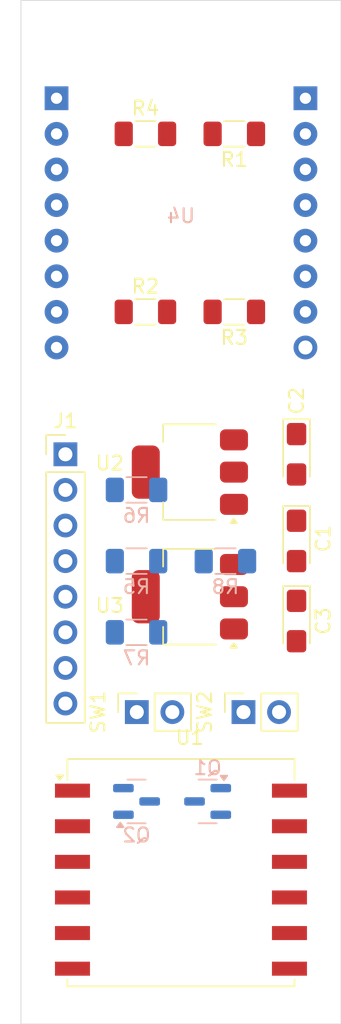
<source format=kicad_pcb>
(kicad_pcb (version 20241229) (generator "pcbnew") (generator_version "9.0")
  (layers (0 "F.Cu" signal) (4 "In1.Cu" signal) (6 "In2.Cu" signal) (2 "B.Cu" signal) (13 "F.Paste" user) (15 "B.Paste" user) (5 "F.SilkS" user "F.Silkscreen") (7 "B.SilkS" user "B.Silkscreen") (1 "F.Mask" user) (3 "B.Mask" user) (25 "Edge.Cuts" user))
  (net 0 "")
  (net 1 "+5V")
  (net 2 "GND")
  (net 3 "+3.3V")
  (net 4 "VCC")
  (net 6 "/SDA")
  (net 7 "/SCL")
  (net 10 "/GY_87_GND_SW")
  (net 12 "/L80_GND_SW")
  (net 13 "Net-(Q1-G)")
  (net 14 "Net-(Q2-G)")
  (net 15 "/GPIO_GY86_ON")
  (net 16 "/GPIO_GPS_ON")
  (net 17 "Net-(U4-GPIO10)")
  (net 18 "Net-(R8-Pad2)")
  (net 20 "/GPS_RX")
  (net 22 "/1PPS")
  (net 24 "/GPS_TX")
  (net 25 "/GPS_RESET")
  (net 30 "Net-(SW2-B)")
  (footprint "Resistor_SMD:R_1206_3216Metric_Pad1.30x1.75mm_HandSolder" (layer "F.Cu") (at 233.68 80.645 180)
    (property "Reference" "R3" (at 0 -1.83 0) (layer "F.SilkS"))
    (property "Value" "100k")
    (fp_line (start -0.727064 0.91) (end 0.727064 0.91) (stroke (width 0.12)) (layer "F.SilkS"))
    (fp_line (start -0.727064 -0.91) (end 0.727064 -0.91) (stroke (width 0.12)) (layer "F.SilkS"))
    (pad "1" smd roundrect (at -1.55 0 180) (size 1.3 1.75) (layers "F.Cu" "F.Mask" "F.Paste") (roundrect_rratio 0.192308) (net 2 "GND"))
    (pad "2" smd roundrect (at 1.55 0 180) (size 1.3 1.75) (layers "F.Cu" "F.Mask" "F.Paste") (roundrect_rratio 0.192308) (net 14 "Net-(Q2-G)"))
  )
  (footprint "Package_TO_SOT_SMD:SOT-223-3_TabPin2" (layer "F.Cu") (at 230.505 100.965 180)
    (property "Reference" "U3" (at 5.715 -0.635 180) (layer "F.SilkS"))
    (property "Value" "LM1117DT-5.0")
    (fp_line (start 1.91 3.41) (end 1.91 2.15) (stroke (width 0.12)) (layer "F.SilkS"))
    (fp_line (start 1.91 -3.41) (end 1.91 -2.15) (stroke (width 0.12)) (layer "F.SilkS"))
    (fp_line (start -1.85 3.41) (end 1.91 3.41) (stroke (width 0.12)) (layer "F.SilkS"))
    (fp_line (start -1.85 -3.41) (end 1.91 -3.41) (stroke (width 0.12)) (layer "F.SilkS"))
    (fp_poly (pts (xy -3.13 -3.31) (xy -3.37 -3.64) (xy -2.89 -3.64) (xy -3.13 -3.31)) (stroke (width 0.12)) (fill yes) (layer "F.SilkS"))
    (pad "1" smd roundrect (at -3.15 -2.3 180) (size 2 1.5) (layers "F.Cu" "F.Mask" "F.Paste") (net 2 "GND"))
    (pad "2" smd roundrect (at -3.15 0 180) (size 2 1.5) (layers "F.Cu" "F.Mask" "F.Paste") (net 1 "+5V"))
    (pad "2" smd roundrect (at 3.15 0 180) (size 2 3.8) (layers "F.Cu" "F.Mask" "F.Paste") (net 1 "+5V"))
    (pad "3" smd roundrect (at -3.15 2.3 180) (size 2 1.5) (layers "F.Cu" "F.Mask" "F.Paste") (net 4 "VCC"))
  )
  (footprint "Package_TO_SOT_SMD:SOT-223-3_TabPin2" (layer "F.Cu") (at 230.505 92.075 180)
    (property "Reference" "U2" (at 5.715 0.635 180) (layer "F.SilkS"))
    (property "Value" "LM1117DT-3.3")
    (fp_line (start 1.91 3.41) (end 1.91 2.15) (stroke (width 0.12)) (layer "F.SilkS"))
    (fp_line (start 1.91 -3.41) (end 1.91 -2.15) (stroke (width 0.12)) (layer "F.SilkS"))
    (fp_line (start -1.85 3.41) (end 1.91 3.41) (stroke (width 0.12)) (layer "F.SilkS"))
    (fp_line (start -1.85 -3.41) (end 1.91 -3.41) (stroke (width 0.12)) (layer "F.SilkS"))
    (fp_poly (pts (xy -3.13 -3.31) (xy -3.37 -3.64) (xy -2.89 -3.64) (xy -3.13 -3.31)) (stroke (width 0.12)) (fill yes) (layer "F.SilkS"))
    (pad "1" smd roundrect (at -3.15 -2.3 180) (size 2 1.5) (layers "F.Cu" "F.Mask" "F.Paste") (net 2 "GND"))
    (pad "2" smd roundrect (at -3.15 0 180) (size 2 1.5) (layers "F.Cu" "F.Mask" "F.Paste") (net 3 "+3.3V"))
    (pad "2" smd roundrect (at 3.15 0 180) (size 2 3.8) (layers "F.Cu" "F.Mask" "F.Paste") (net 3 "+3.3V"))
    (pad "3" smd roundrect (at -3.15 2.3 180) (size 2 1.5) (layers "F.Cu" "F.Mask" "F.Paste") (net 1 "+5V"))
  )
  (footprint "Capacitor_Tantalum_SMD:CP_EIA-3216-18_Kemet-A_HandSolder" (layer "F.Cu") (at 238.125 96.985 -90)
    (property "Reference" "C1" (at -0.17 -1.905 90) (layer "F.SilkS"))
    (property "Value" "C_Polarized")
    (fp_line (start -2.495 0.955) (end 1.6 0.955) (stroke (width 0.12)) (layer "F.SilkS"))
    (fp_line (start -2.495 -0.955) (end -2.495 0.955) (stroke (width 0.12)) (layer "F.SilkS"))
    (fp_line (start 1.6 -0.955) (end -2.495 -0.955) (stroke (width 0.12)) (layer "F.SilkS"))
    (pad "1" smd roundrect (at -1.44 0 270) (size 1.59 1.39) (layers "F.Cu" "F.Mask" "F.Paste") (roundrect_rratio 0.179856) (net 1 "+5V"))
    (pad "2" smd roundrect (at 1.44 0 270) (size 1.59 1.39) (layers "F.Cu" "F.Mask" "F.Paste") (roundrect_rratio 0.179856) (net 2 "GND"))
  )
  (footprint "Resistor_SMD:R_1206_3216Metric_Pad1.30x1.75mm_HandSolder" (layer "F.Cu") (at 233.68 67.945 180)
    (property "Reference" "R1" (at 0 -1.83 0) (layer "F.SilkS"))
    (property "Value" "100k")
    (fp_line (start -0.727064 0.91) (end 0.727064 0.91) (stroke (width 0.12)) (layer "F.SilkS"))
    (fp_line (start -0.727064 -0.91) (end 0.727064 -0.91) (stroke (width 0.12)) (layer "F.SilkS"))
    (pad "1" smd roundrect (at -1.55 0 180) (size 1.3 1.75) (layers "F.Cu" "F.Mask" "F.Paste") (roundrect_rratio 0.192308) (net 2 "GND"))
    (pad "2" smd roundrect (at 1.55 0 180) (size 1.3 1.75) (layers "F.Cu" "F.Mask" "F.Paste") (roundrect_rratio 0.192308) (net 13 "Net-(Q1-G)"))
  )
  (footprint "Connector_PinSocket_2.54mm:PinSocket_1x02_P2.54mm_Vertical" (layer "F.Cu") (at 226.715 109.195 90)
    (property "Reference" "SW1" (at 0 -2.77 90) (layer "F.SilkS"))
    (property "Value" "SW_Push")
    (fp_line (start 1.33 -1.33) (end 1.33 0) (stroke (width 0.12)) (layer "F.SilkS"))
    (fp_line (start 0 -1.33) (end 1.33 -1.33) (stroke (width 0.12)) (layer "F.SilkS"))
    (fp_line (start 1.33 1.27) (end 1.33 3.87) (stroke (width 0.12)) (layer "F.SilkS"))
    (fp_line (start -1.33 1.27) (end 1.33 1.27) (stroke (width 0.12)) (layer "F.SilkS"))
    (fp_line (start -1.33 1.27) (end -1.33 3.87) (stroke (width 0.12)) (layer "F.SilkS"))
    (fp_line (start -1.33 3.87) (end 1.33 3.87) (stroke (width 0.12)) (layer "F.SilkS"))
    (pad "1" thru_hole rect (at 0 0 90) (size 1.7 1.7) (drill 1) (layers "*.Cu" "*.Mask") (net 17 "Net-(U4-GPIO10)"))
    (pad "2" thru_hole circle (at 0 2.54 90) (size 1.7 1.7) (drill 1) (layers "*.Cu" "*.Mask") (net 18 "Net-(R8-Pad2)"))
  )
  (footprint "Resistor_SMD:R_1206_3216Metric_Pad1.30x1.75mm_HandSolder" (layer "F.Cu") (at 227.33 80.645)
    (property "Reference" "R2" (at 0 -1.83 0) (layer "F.SilkS"))
    (property "Value" "2.2k")
    (fp_line (start -0.727064 -0.91) (end 0.727064 -0.91) (stroke (width 0.12)) (layer "F.SilkS"))
    (fp_line (start -0.727064 0.91) (end 0.727064 0.91) (stroke (width 0.12)) (layer "F.SilkS"))
    (pad "1" smd roundrect (at -1.55 0) (size 1.3 1.75) (layers "F.Cu" "F.Mask" "F.Paste") (roundrect_rratio 0.192308) (net 15 "/GPIO_GY86_ON"))
    (pad "2" smd roundrect (at 1.55 0) (size 1.3 1.75) (layers "F.Cu" "F.Mask" "F.Paste") (roundrect_rratio 0.192308) (net 14 "Net-(Q2-G)"))
  )
  (footprint "Capacitor_Tantalum_SMD:CP_EIA-3216-18_Kemet-A_HandSolder" (layer "F.Cu") (at 238.125 90.805 -90)
    (property "Reference" "C2" (at -3.81 0 90) (layer "F.SilkS"))
    (property "Value" "C_Polarized")
    (fp_line (start -2.495 0.955) (end 1.6 0.955) (stroke (width 0.12)) (layer "F.SilkS"))
    (fp_line (start -2.495 -0.955) (end -2.495 0.955) (stroke (width 0.12)) (layer "F.SilkS"))
    (fp_line (start 1.6 -0.955) (end -2.495 -0.955) (stroke (width 0.12)) (layer "F.SilkS"))
    (pad "1" smd roundrect (at -1.44 0 270) (size 1.59 1.39) (layers "F.Cu" "F.Mask" "F.Paste") (roundrect_rratio 0.179856) (net 3 "+3.3V"))
    (pad "2" smd roundrect (at 1.44 0 270) (size 1.59 1.39) (layers "F.Cu" "F.Mask" "F.Paste") (roundrect_rratio 0.179856) (net 2 "GND"))
  )
  (footprint "Connector_PinHeader_2.54mm:PinHeader_1x08_P2.54mm_Vertical" (layer "F.Cu") (at 221.615 90.805)
    (property "Reference" "J1" (at 0 -2.38 0) (layer "F.SilkS"))
    (property "Value" "Conn_01x08")
    (fp_line (start -1.38 -1.38) (end 0 -1.38) (stroke (width 0.12)) (layer "F.SilkS"))
    (fp_line (start -1.38 0) (end -1.38 -1.38) (stroke (width 0.12)) (layer "F.SilkS"))
    (fp_line (start -1.38 1.27) (end -1.38 19.16) (stroke (width 0.12)) (layer "F.SilkS"))
    (fp_line (start -1.38 1.27) (end 1.38 1.27) (stroke (width 0.12)) (layer "F.SilkS"))
    (fp_line (start -1.38 19.16) (end 1.38 19.16) (stroke (width 0.12)) (layer "F.SilkS"))
    (fp_line (start 1.38 1.27) (end 1.38 19.16) (stroke (width 0.12)) (layer "F.SilkS"))
    (pad "1" thru_hole rect (at 0 0) (size 1.7 1.7) (drill 1) (layers "*.Cu" "*.Mask"))
    (pad "2" thru_hole circle (at 0 2.54) (size 1.7 1.7) (drill 1) (layers "*.Cu" "*.Mask"))
    (pad "3" thru_hole circle (at 0 5.08) (size 1.7 1.7) (drill 1) (layers "*.Cu" "*.Mask"))
    (pad "4" thru_hole circle (at 0 7.62) (size 1.7 1.7) (drill 1) (layers "*.Cu" "*.Mask") (net 6 "/SDA"))
    (pad "5" thru_hole circle (at 0 10.16) (size 1.7 1.7) (drill 1) (layers "*.Cu" "*.Mask") (net 7 "/SCL"))
    (pad "6" thru_hole circle (at 0 12.7) (size 1.7 1.7) (drill 1) (layers "*.Cu" "*.Mask") (net 10 "/GY_87_GND_SW"))
    (pad "7" thru_hole circle (at 0 15.24) (size 1.7 1.7) (drill 1) (layers "*.Cu" "*.Mask") (net 3 "+3.3V"))
    (pad "8" thru_hole circle (at 0 17.78) (size 1.7 1.7) (drill 1) (layers "*.Cu" "*.Mask"))
  )
  (footprint "RF_GPS:Quectel_L80-R" (layer "F.Cu") (at 229.87 120.65)
    (property "Reference" "U1" (at 0.635 -9.635 180) (layer "F.SilkS"))
    (property "Value" "L80-R")
    (fp_line (start -8.11 -8.11) (end -8.11 -6.61) (stroke (width 0.12)) (layer "F.SilkS"))
    (fp_line (start -8.11 8.11) (end -8.11 7.61) (stroke (width 0.12)) (layer "F.SilkS"))
    (fp_line (start 8.11 -8.11) (end -8.11 -8.11) (stroke (width 0.12)) (layer "F.SilkS"))
    (fp_line (start 8.11 -8.11) (end 8.11 -6.61) (stroke (width 0.12)) (layer "F.SilkS"))
    (fp_line (start 8.11 8.11) (end -8.11 8.11) (stroke (width 0.12)) (layer "F.SilkS"))
    (fp_line (start 8.11 8.11) (end 8.11 7.61) (stroke (width 0.12)) (layer "F.SilkS"))
    (fp_poly (pts (xy -8.66 -6.61) (xy -8.9 -6.94) (xy -8.42 -6.94) (xy -8.66 -6.61)) (stroke (width 0.12)) (fill yes) (layer "F.SilkS"))
    (pad "1" smd rect (at -7.75 -5.85 180) (size 2.5 1) (layers "F.Cu" "F.Mask" "F.Paste") (net 20 "/GPS_RX"))
    (pad "2" smd rect (at -7.75 -3.31 180) (size 2.5 1) (layers "F.Cu" "F.Mask" "F.Paste") (net 24 "/GPS_TX"))
    (pad "3" smd rect (at -7.75 -0.77 180) (size 2.5 1) (layers "F.Cu" "F.Mask" "F.Paste") (net 12 "/L80_GND_SW"))
    (pad "4" smd rect (at -7.75 1.77 180) (size 2.5 1) (layers "F.Cu" "F.Mask" "F.Paste") (net 3 "+3.3V"))
    (pad "5" smd rect (at -7.75 4.31 180) (size 2.5 1) (layers "F.Cu" "F.Mask" "F.Paste") (net 3 "+3.3V"))
    (pad "6" smd rect (at -7.75 6.85 180) (size 2.5 1) (layers "F.Cu" "F.Mask" "F.Paste") (net 22 "/1PPS"))
    (pad "7" smd rect (at 7.75 6.85 180) (size 2.5 1) (layers "F.Cu" "F.Mask" "F.Paste"))
    (pad "8" smd rect (at 7.75 4.31 180) (size 2.5 1) (layers "F.Cu" "F.Mask" "F.Paste"))
    (pad "9" smd rect (at 7.75 1.77 180) (size 2.5 1) (layers "F.Cu" "F.Mask" "F.Paste"))
    (pad "10" smd rect (at 7.75 -0.77 180) (size 2.5 1) (layers "F.Cu" "F.Mask" "F.Paste") (net 25 "/GPS_RESET"))
    (pad "11" smd rect (at 7.75 -3.31 180) (size 2.5 1) (layers "F.Cu" "F.Mask" "F.Paste"))
    (pad "12" smd rect (at 7.75 -5.85 180) (size 2.5 1) (layers "F.Cu" "F.Mask" "F.Paste") (net 12 "/L80_GND_SW"))
  )
  (footprint "Capacitor_Tantalum_SMD:CP_EIA-3216-18_Kemet-A_HandSolder" (layer "F.Cu") (at 238.125 102.7 -90)
    (property "Reference" "C3" (at 0 -1.905 90) (layer "F.SilkS"))
    (property "Value" "C_Polarized")
    (fp_line (start -2.495 0.955) (end 1.6 0.955) (stroke (width 0.12)) (layer "F.SilkS"))
    (fp_line (start -2.495 -0.955) (end -2.495 0.955) (stroke (width 0.12)) (layer "F.SilkS"))
    (fp_line (start 1.6 -0.955) (end -2.495 -0.955) (stroke (width 0.12)) (layer "F.SilkS"))
    (pad "1" smd roundrect (at -1.44 0 270) (size 1.59 1.39) (layers "F.Cu" "F.Mask" "F.Paste") (roundrect_rratio 0.179856) (net 4 "VCC"))
    (pad "2" smd roundrect (at 1.44 0 270) (size 1.59 1.39) (layers "F.Cu" "F.Mask" "F.Paste") (roundrect_rratio 0.179856) (net 2 "GND"))
  )
  (footprint "Connector_PinSocket_2.54mm:PinSocket_1x02_P2.54mm_Vertical" (layer "F.Cu") (at 234.335 109.195 90)
    (property "Reference" "SW2" (at 0 -2.77 90) (layer "F.SilkS"))
    (property "Value" "SW_Push_Open")
    (fp_line (start 1.33 -1.33) (end 1.33 0) (stroke (width 0.12)) (layer "F.SilkS"))
    (fp_line (start 0 -1.33) (end 1.33 -1.33) (stroke (width 0.12)) (layer "F.SilkS"))
    (fp_line (start 1.33 1.27) (end 1.33 3.87) (stroke (width 0.12)) (layer "F.SilkS"))
    (fp_line (start -1.33 1.27) (end 1.33 1.27) (stroke (width 0.12)) (layer "F.SilkS"))
    (fp_line (start -1.33 1.27) (end -1.33 3.87) (stroke (width 0.12)) (layer "F.SilkS"))
    (fp_line (start -1.33 3.87) (end 1.33 3.87) (stroke (width 0.12)) (layer "F.SilkS"))
    (pad "1" thru_hole rect (at 0 0 90) (size 1.7 1.7) (drill 1) (layers "*.Cu" "*.Mask") (net 3 "+3.3V"))
    (pad "2" thru_hole circle (at 0 2.54 90) (size 1.7 1.7) (drill 1) (layers "*.Cu" "*.Mask") (net 30 "Net-(SW2-B)"))
  )
  (footprint "Resistor_SMD:R_1206_3216Metric_Pad1.30x1.75mm_HandSolder" (layer "F.Cu") (at 227.33 67.945)
    (property "Reference" "R4" (at 0 -1.83 0) (layer "F.SilkS"))
    (property "Value" "2.2k")
    (fp_line (start -0.727064 -0.91) (end 0.727064 -0.91) (stroke (width 0.12)) (layer "F.SilkS"))
    (fp_line (start -0.727064 0.91) (end 0.727064 0.91) (stroke (width 0.12)) (layer "F.SilkS"))
    (pad "1" smd roundrect (at -1.55 0) (size 1.3 1.75) (layers "F.Cu" "F.Mask" "F.Paste") (roundrect_rratio 0.192308) (net 16 "/GPIO_GPS_ON"))
    (pad "2" smd roundrect (at 1.55 0) (size 1.3 1.75) (layers "F.Cu" "F.Mask" "F.Paste") (roundrect_rratio 0.192308) (net 13 "Net-(Q1-G)"))
  )
  (footprint "Package_TO_SOT_SMD:SOT-23" (layer "B.Cu") (at 226.695 115.57)
    (property "Reference" "Q2" (at 0 2.4 0) (layer "B.SilkS") (effects (justify mirror)))
    (property "Value" "AO3400A")
    (fp_line (start 0 -1.56) (end -0.65 -1.56) (stroke (width 0.12)) (layer "B.SilkS"))
    (fp_line (start 0 -1.56) (end 0.65 -1.56) (stroke (width 0.12)) (layer "B.SilkS"))
    (fp_line (start 0 1.56) (end -0.65 1.56) (stroke (width 0.12)) (layer "B.SilkS"))
    (fp_line (start 0 1.56) (end 0.65 1.56) (stroke (width 0.12)) (layer "B.SilkS"))
    (fp_poly (pts (xy -1.1625 1.51) (xy -1.4025 1.84) (xy -0.9225 1.84)) (stroke (width 0.12)) (fill yes) (layer "B.SilkS"))
    (pad "1" smd roundrect (at -0.9375 0.95) (size 1.475 0.6) (layers "B.Cu" "B.Mask" "B.Paste") (net 14 "Net-(Q2-G)"))
    (pad "2" smd roundrect (at -0.9375 -0.95) (size 1.475 0.6) (layers "B.Cu" "B.Mask" "B.Paste") (net 2 "GND"))
    (pad "3" smd roundrect (at 0.9375 0) (size 1.475 0.6) (layers "B.Cu" "B.Mask" "B.Paste") (net 10 "/GY_87_GND_SW"))
  )
  (footprint "Mine9.0Foots:ESP-32C-OLED" (layer "B.Cu") (at 229.87 74.295 180)
    (property "Reference" "U4" (at 0 0.5 0) (layer "B.SilkS") (effects (justify mirror)))
    (property "Value" "ESP32_C3_OLED")
    (pad "0" thru_hole circle (at -8.89 -8.89 180) (size 1.7 1.7) (drill 1) (layers "*.Cu" "*.Mask"))
    (pad "1" thru_hole circle (at -8.89 -6.35 180) (size 1.7 1.7) (drill 0.8) (layers "*.Cu" "*.Mask") (net 25 "/GPS_RESET"))
    (pad "2" thru_hole circle (at -8.89 -3.81 180) (size 1.7 1.7) (drill 0.8) (layers "*.Cu" "*.Mask"))
    (pad "3" thru_hole circle (at -8.89 -1.27 180) (size 1.7 1.7) (drill 0.8) (layers "*.Cu" "*.Mask") (net 20 "/GPS_RX"))
    (pad "4" thru_hole circle (at -8.89 1.27 180) (size 1.7 1.7) (drill 0.8) (layers "*.Cu" "*.Mask") (net 24 "/GPS_TX"))
    (pad "5" thru_hole circle (at -8.89 3.81 180) (size 1.7 1.7) (drill 0.8) (layers "*.Cu" "*.Mask") (net 30 "Net-(SW2-B)"))
    (pad "6" thru_hole circle (at -8.89 6.35 180) (size 1.7 1.7) (drill 0.8) (layers "*.Cu" "*.Mask") (net 2 "GND"))
    (pad "7" thru_hole rect (at -8.89 8.89 180) (size 1.7 1.7) (drill 0.8) (layers "*.Cu" "*.Mask"))
    (pad "8" thru_hole rect (at 8.89 8.89 180) (size 1.7 1.7) (drill 0.8) (layers "*.Cu" "*.Mask") (net 17 "Net-(U4-GPIO10)"))
    (pad "9" thru_hole circle (at 8.89 6.35 180) (size 1.7 1.7) (drill 0.8) (layers "*.Cu" "*.Mask") (net 7 "/SCL"))
    (pad "10" thru_hole circle (at 8.89 3.81 180) (size 1.7 1.7) (drill 0.8) (layers "*.Cu" "*.Mask") (net 6 "/SDA"))
    (pad "11" thru_hole circle (at 8.89 1.27 180) (size 1.7 1.7) (drill 0.8) (layers "*.Cu" "*.Mask") (net 22 "/1PPS"))
    (pad "12" thru_hole circle (at 8.89 -1.27 180) (size 1.7 1.7) (drill 0.8) (layers "*.Cu" "*.Mask"))
    (pad "13" thru_hole circle (at 8.89 -3.81 180) (size 1.7 1.7) (drill 0.8) (layers "*.Cu" "*.Mask"))
    (pad "14" thru_hole circle (at 8.89 -6.35 180) (size 1.7 1.7) (drill 0.8) (layers "*.Cu" "*.Mask") (net 15 "/GPIO_GY86_ON"))
    (pad "15" thru_hole circle (at 8.89 -8.89 180) (size 1.7 1.7) (drill 0.8) (layers "*.Cu" "*.Mask") (net 16 "/GPIO_GPS_ON"))
  )
  (footprint "Resistor_SMD:R_1206_3216Metric_Pad1.30x1.75mm_HandSolder" (layer "B.Cu") (at 226.695 103.505)
    (property "Reference" "R7" (at 0 1.83 180) (layer "B.SilkS") (effects (justify mirror)))
    (property "Value" "40k")
    (fp_line (start -0.727064 -0.91) (end 0.727064 -0.91) (stroke (width 0.12)) (layer "B.SilkS"))
    (fp_line (start -0.727064 0.91) (end 0.727064 0.91) (stroke (width 0.12)) (layer "B.SilkS"))
    (pad "1" smd roundrect (at -1.55 0) (size 1.3 1.75) (layers "B.Cu" "B.Mask" "B.Paste") (roundrect_rratio 0.192308) (net 2 "GND"))
    (pad "2" smd roundrect (at 1.55 0) (size 1.3 1.75) (layers "B.Cu" "B.Mask" "B.Paste") (roundrect_rratio 0.192308) (net 17 "Net-(U4-GPIO10)"))
  )
  (footprint "Resistor_SMD:R_1206_3216Metric_Pad1.30x1.75mm_HandSolder" (layer "B.Cu") (at 233.045 98.425)
    (property "Reference" "R8" (at 0 1.83 180) (layer "B.SilkS") (effects (justify mirror)))
    (property "Value" "2.2k")
    (fp_line (start -0.727064 -0.91) (end 0.727064 -0.91) (stroke (width 0.12)) (layer "B.SilkS"))
    (fp_line (start -0.727064 0.91) (end 0.727064 0.91) (stroke (width 0.12)) (layer "B.SilkS"))
    (pad "1" smd roundrect (at -1.55 0) (size 1.3 1.75) (layers "B.Cu" "B.Mask" "B.Paste") (roundrect_rratio 0.192308) (net 3 "+3.3V"))
    (pad "2" smd roundrect (at 1.55 0) (size 1.3 1.75) (layers "B.Cu" "B.Mask" "B.Paste") (roundrect_rratio 0.192308) (net 18 "Net-(R8-Pad2)"))
  )
  (footprint "Resistor_SMD:R_1206_3216Metric_Pad1.30x1.75mm_HandSolder" (layer "B.Cu") (at 226.695 98.425)
    (property "Reference" "R5" (at 0 1.83 180) (layer "B.SilkS") (effects (justify mirror)))
    (property "Value" "10k")
    (fp_line (start -0.727064 -0.91) (end 0.727064 -0.91) (stroke (width 0.12)) (layer "B.SilkS"))
    (fp_line (start -0.727064 0.91) (end 0.727064 0.91) (stroke (width 0.12)) (layer "B.SilkS"))
    (pad "1" smd roundrect (at -1.55 0) (size 1.3 1.75) (layers "B.Cu" "B.Mask" "B.Paste") (roundrect_rratio 0.192308) (net 7 "/SCL"))
    (pad "2" smd roundrect (at 1.55 0) (size 1.3 1.75) (layers "B.Cu" "B.Mask" "B.Paste") (roundrect_rratio 0.192308) (net 3 "+3.3V"))
  )
  (footprint "Package_TO_SOT_SMD:SOT-23" (layer "B.Cu") (at 231.775 115.57 180)
    (property "Reference" "Q1" (at 0 2.4 0) (layer "B.SilkS") (effects (justify mirror)))
    (property "Value" "AO3400A")
    (fp_line (start 0 1.56) (end 0.65 1.56) (stroke (width 0.12)) (layer "B.SilkS"))
    (fp_line (start 0 1.56) (end -0.65 1.56) (stroke (width 0.12)) (layer "B.SilkS"))
    (fp_line (start 0 -1.56) (end 0.65 -1.56) (stroke (width 0.12)) (layer "B.SilkS"))
    (fp_line (start 0 -1.56) (end -0.65 -1.56) (stroke (width 0.12)) (layer "B.SilkS"))
    (fp_poly (pts (xy -1.1625 1.51) (xy -1.4025 1.84) (xy -0.9225 1.84)) (stroke (width 0.12)) (fill yes) (layer "B.SilkS"))
    (pad "1" smd roundrect (at -0.9375 0.95 180) (size 1.475 0.6) (layers "B.Cu" "B.Mask" "B.Paste") (net 13 "Net-(Q1-G)"))
    (pad "2" smd roundrect (at -0.9375 -0.95 180) (size 1.475 0.6) (layers "B.Cu" "B.Mask" "B.Paste") (net 2 "GND"))
    (pad "3" smd roundrect (at 0.9375 0 180) (size 1.475 0.6) (layers "B.Cu" "B.Mask" "B.Paste") (net 12 "/L80_GND_SW"))
  )
  (footprint "Resistor_SMD:R_1206_3216Metric_Pad1.30x1.75mm_HandSolder" (layer "B.Cu") (at 226.695 93.345)
    (property "Reference" "R6" (at 0 1.83 180) (layer "B.SilkS") (effects (justify mirror)))
    (property "Value" "10k")
    (fp_line (start -0.727064 -0.91) (end 0.727064 -0.91) (stroke (width 0.12)) (layer "B.SilkS"))
    (fp_line (start -0.727064 0.91) (end 0.727064 0.91) (stroke (width 0.12)) (layer "B.SilkS"))
    (pad "1" smd roundrect (at -1.55 0) (size 1.3 1.75) (layers "B.Cu" "B.Mask" "B.Paste") (roundrect_rratio 0.192308) (net 6 "/SDA"))
    (pad "2" smd roundrect (at 1.55 0) (size 1.3 1.75) (layers "B.Cu" "B.Mask" "B.Paste") (roundrect_rratio 0.192308) (net 3 "+3.3V"))
  )
  (gr_line (start 218.44 58.42) (end 218.44 131.445) (stroke (width 0.05)) (layer "Edge.Cuts"))
  (gr_line (start 241.3 131.445) (end 241.3 58.420008) (stroke (width 0.05)) (layer "Edge.Cuts"))
  (gr_line (start 241.3 58.420008) (end 218.44 58.42) (stroke (width 0.05)) (layer "Edge.Cuts"))
  (gr_line (start 218.44 131.445) (end 241.3 131.445) (stroke (width 0.05)) (layer "Edge.Cuts"))
)
</source>
